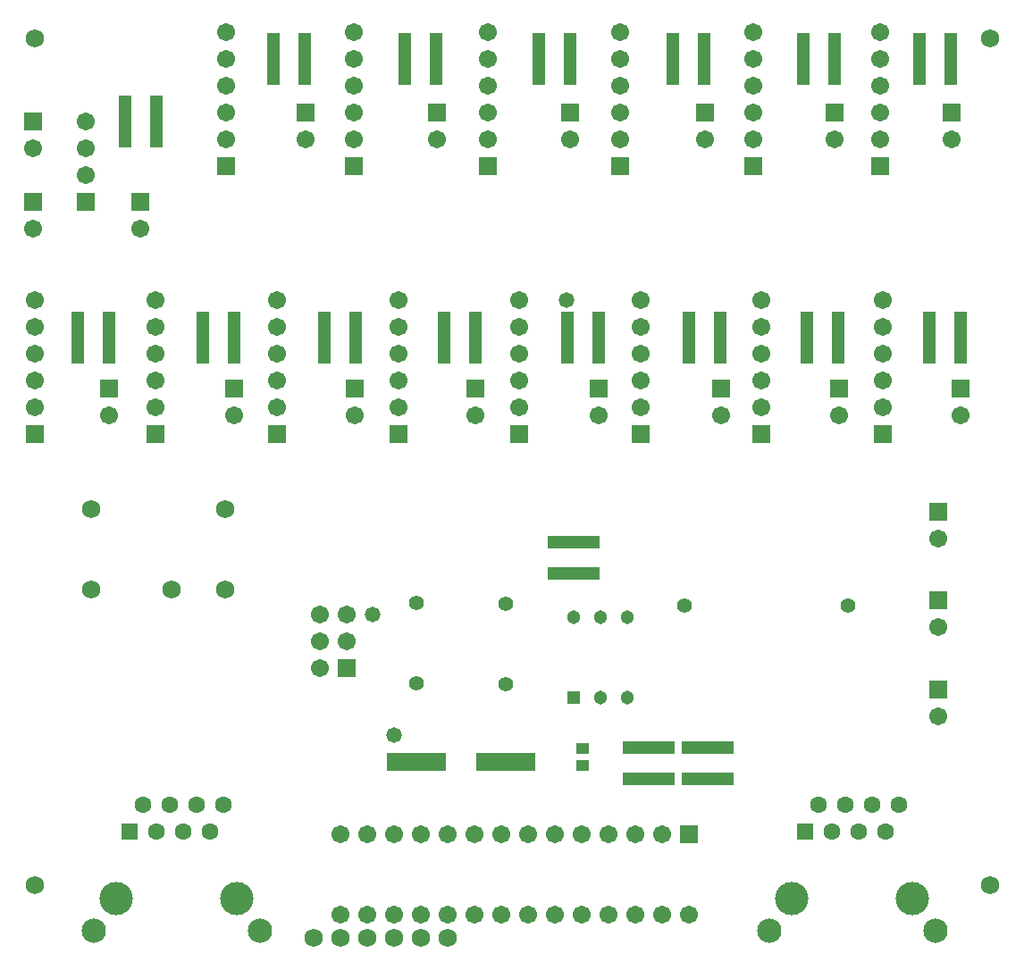
<source format=gts>
G04*
G04 #@! TF.GenerationSoftware,Altium Limited,Altium Designer,19.0.10 (269)*
G04*
G04 Layer_Color=8388736*
%FSLAX25Y25*%
%MOIN*%
G70*
G01*
G75*
%ADD21R,0.19580X0.04934*%
%ADD22R,0.04540X0.04147*%
%ADD23C,0.06800*%
%ADD24R,0.04934X0.19580*%
%ADD25R,0.22453X0.06706*%
%ADD26C,0.06706*%
%ADD27R,0.06706X0.06706*%
%ADD28C,0.09068*%
%ADD29C,0.06312*%
%ADD30R,0.06312X0.06312*%
%ADD31C,0.12414*%
%ADD32R,0.05131X0.05131*%
%ADD33C,0.05131*%
%ADD34C,0.05524*%
%ADD35C,0.06902*%
%ADD36C,0.05800*%
D21*
X218500Y165693D02*
D03*
Y154000D02*
D03*
X268500Y77153D02*
D03*
Y88846D02*
D03*
X246500Y77154D02*
D03*
Y88846D02*
D03*
D22*
X222000Y88669D02*
D03*
Y82370D02*
D03*
D23*
X171500Y18000D02*
D03*
X161500D02*
D03*
X151500D02*
D03*
X141500D02*
D03*
X131500D02*
D03*
X121500D02*
D03*
X17500Y353500D02*
D03*
X374000D02*
D03*
X17500Y37500D02*
D03*
X374000D02*
D03*
D24*
X51154Y322500D02*
D03*
X62846D02*
D03*
X106654Y346000D02*
D03*
X118346D02*
D03*
X155654D02*
D03*
X167346D02*
D03*
X205654D02*
D03*
X217346D02*
D03*
X255654D02*
D03*
X267346D02*
D03*
X304154D02*
D03*
X315846D02*
D03*
X347658D02*
D03*
X359350D02*
D03*
X351154Y242000D02*
D03*
X362846D02*
D03*
X305654D02*
D03*
X317346D02*
D03*
X261654D02*
D03*
X273346D02*
D03*
X216154D02*
D03*
X227846D02*
D03*
X170154D02*
D03*
X181846D02*
D03*
X125654D02*
D03*
X137346D02*
D03*
X80154D02*
D03*
X91846D02*
D03*
X33650D02*
D03*
X45342D02*
D03*
D25*
X193232Y83500D02*
D03*
X159768D02*
D03*
D26*
X91846Y213000D02*
D03*
X137000D02*
D03*
X182000D02*
D03*
X228000D02*
D03*
X273500D02*
D03*
X317500D02*
D03*
X363000D02*
D03*
X45342D02*
D03*
X316000Y316000D02*
D03*
X359500D02*
D03*
X267500D02*
D03*
X217346D02*
D03*
X167500D02*
D03*
X118500D02*
D03*
X17000Y282500D02*
D03*
X36500Y322500D02*
D03*
Y312500D02*
D03*
Y302500D02*
D03*
X131500Y26500D02*
D03*
X141500D02*
D03*
X151500D02*
D03*
X161500D02*
D03*
X171500D02*
D03*
X181500D02*
D03*
X191500D02*
D03*
X201500D02*
D03*
X211500D02*
D03*
X221500D02*
D03*
X231500D02*
D03*
X241500D02*
D03*
X251500D02*
D03*
X261500D02*
D03*
X131500Y56500D02*
D03*
X141500D02*
D03*
X151500D02*
D03*
X161500D02*
D03*
X171500D02*
D03*
X181500D02*
D03*
X191500D02*
D03*
X201500D02*
D03*
X211500D02*
D03*
X221500D02*
D03*
X231500D02*
D03*
X241500D02*
D03*
X251500D02*
D03*
X17000Y312500D02*
D03*
X57000Y282500D02*
D03*
X89000Y316000D02*
D03*
Y326000D02*
D03*
Y336000D02*
D03*
Y346000D02*
D03*
Y356000D02*
D03*
X136500Y316000D02*
D03*
Y326000D02*
D03*
Y336000D02*
D03*
Y346000D02*
D03*
Y356000D02*
D03*
X186500Y316000D02*
D03*
Y326000D02*
D03*
Y336000D02*
D03*
Y346000D02*
D03*
Y356000D02*
D03*
X236000Y316000D02*
D03*
Y326000D02*
D03*
Y336000D02*
D03*
Y346000D02*
D03*
Y356000D02*
D03*
X285500Y316000D02*
D03*
Y326000D02*
D03*
Y336000D02*
D03*
Y346000D02*
D03*
Y356000D02*
D03*
X333000Y316000D02*
D03*
Y326000D02*
D03*
Y336000D02*
D03*
Y346000D02*
D03*
Y356000D02*
D03*
X124000Y118500D02*
D03*
X134000Y128500D02*
D03*
X124000D02*
D03*
X134000Y138500D02*
D03*
X124000D02*
D03*
X354500Y100500D02*
D03*
Y134000D02*
D03*
Y167000D02*
D03*
X333804Y216039D02*
D03*
Y226039D02*
D03*
Y236039D02*
D03*
Y246039D02*
D03*
Y256039D02*
D03*
X288618Y216039D02*
D03*
Y226039D02*
D03*
Y236039D02*
D03*
Y246039D02*
D03*
Y256039D02*
D03*
X243432Y216039D02*
D03*
Y226039D02*
D03*
Y236039D02*
D03*
Y246039D02*
D03*
Y256039D02*
D03*
X198245Y216039D02*
D03*
Y226039D02*
D03*
Y236039D02*
D03*
Y246039D02*
D03*
Y256039D02*
D03*
X153059Y216039D02*
D03*
Y226039D02*
D03*
Y236039D02*
D03*
Y246039D02*
D03*
Y256039D02*
D03*
X107873Y216039D02*
D03*
Y226039D02*
D03*
Y236039D02*
D03*
Y246039D02*
D03*
Y256039D02*
D03*
X62686Y216039D02*
D03*
Y226039D02*
D03*
Y236039D02*
D03*
Y246039D02*
D03*
Y256039D02*
D03*
X17500Y216039D02*
D03*
Y226039D02*
D03*
Y236039D02*
D03*
Y246039D02*
D03*
Y256039D02*
D03*
D27*
X91846Y223000D02*
D03*
X137000D02*
D03*
X182000D02*
D03*
X228000D02*
D03*
X273500D02*
D03*
X317500D02*
D03*
X363000D02*
D03*
X45342D02*
D03*
X316000Y326000D02*
D03*
X359500D02*
D03*
X267500D02*
D03*
X217346D02*
D03*
X167500D02*
D03*
X118500D02*
D03*
X17000Y292500D02*
D03*
X36500D02*
D03*
X261500Y56500D02*
D03*
X17000Y322500D02*
D03*
X57000Y292500D02*
D03*
X89000Y306000D02*
D03*
X136500D02*
D03*
X186500D02*
D03*
X236000D02*
D03*
X285500D02*
D03*
X333000D02*
D03*
X134000Y118500D02*
D03*
X354500Y110500D02*
D03*
Y144000D02*
D03*
Y177000D02*
D03*
X333804Y206039D02*
D03*
X288618D02*
D03*
X243432D02*
D03*
X198245D02*
D03*
X153059D02*
D03*
X107873D02*
D03*
X62686D02*
D03*
X17500D02*
D03*
D28*
X353504Y20492D02*
D03*
X291496D02*
D03*
X101504D02*
D03*
X39496D02*
D03*
D29*
X340000Y67500D02*
D03*
X330000D02*
D03*
X320000D02*
D03*
X310000D02*
D03*
X335000Y57500D02*
D03*
X325000D02*
D03*
X315000D02*
D03*
X88000Y67500D02*
D03*
X78000D02*
D03*
X68000D02*
D03*
X58000D02*
D03*
X83000Y57500D02*
D03*
X73000D02*
D03*
X63000D02*
D03*
D30*
X305000D02*
D03*
X53000D02*
D03*
D31*
X345000Y32500D02*
D03*
X300000D02*
D03*
X93000D02*
D03*
X48000D02*
D03*
D32*
X218500Y107500D02*
D03*
D33*
X228500D02*
D03*
X238500D02*
D03*
Y137500D02*
D03*
X228500D02*
D03*
X218500D02*
D03*
D34*
X321024Y142000D02*
D03*
X260000D02*
D03*
X193232Y142500D02*
D03*
Y112500D02*
D03*
X159768Y143000D02*
D03*
Y113000D02*
D03*
D35*
X68500Y148000D02*
D03*
X38500D02*
D03*
X88500D02*
D03*
X38500Y178000D02*
D03*
X88500D02*
D03*
D36*
X151500Y93500D02*
D03*
X143500Y138500D02*
D03*
X216000Y256039D02*
D03*
M02*

</source>
